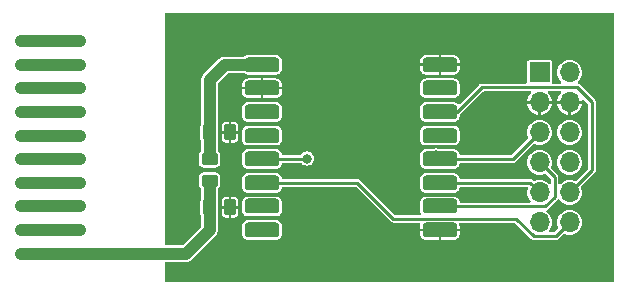
<source format=gbr>
%TF.GenerationSoftware,KiCad,Pcbnew,7.0.10*%
%TF.CreationDate,2024-01-17T19:42:08+01:00*%
%TF.ProjectId,RFM9xW_868,52464d39-7857-45f3-9836-382e6b696361,rev?*%
%TF.SameCoordinates,Original*%
%TF.FileFunction,Copper,L1,Top*%
%TF.FilePolarity,Positive*%
%FSLAX46Y46*%
G04 Gerber Fmt 4.6, Leading zero omitted, Abs format (unit mm)*
G04 Created by KiCad (PCBNEW 7.0.10) date 2024-01-17 19:42:08*
%MOMM*%
%LPD*%
G01*
G04 APERTURE LIST*
G04 Aperture macros list*
%AMRoundRect*
0 Rectangle with rounded corners*
0 $1 Rounding radius*
0 $2 $3 $4 $5 $6 $7 $8 $9 X,Y pos of 4 corners*
0 Add a 4 corners polygon primitive as box body*
4,1,4,$2,$3,$4,$5,$6,$7,$8,$9,$2,$3,0*
0 Add four circle primitives for the rounded corners*
1,1,$1+$1,$2,$3*
1,1,$1+$1,$4,$5*
1,1,$1+$1,$6,$7*
1,1,$1+$1,$8,$9*
0 Add four rect primitives between the rounded corners*
20,1,$1+$1,$2,$3,$4,$5,0*
20,1,$1+$1,$4,$5,$6,$7,0*
20,1,$1+$1,$6,$7,$8,$9,0*
20,1,$1+$1,$8,$9,$2,$3,0*%
%AMOutline4P*
0 Free polygon, 4 corners , with rotation*
0 The origin of the aperture is its center*
0 number of corners: always 4*
0 $1 to $8 corner X, Y*
0 $9 Rotation angle, in degrees counterclockwise*
0 create outline with 4 corners*
4,1,4,$1,$2,$3,$4,$5,$6,$7,$8,$1,$2,$9*%
G04 Aperture macros list end*
%TA.AperFunction,EtchedComponent*%
%ADD10C,1.000000*%
%TD*%
%TA.AperFunction,ComponentPad*%
%ADD11R,1.700000X1.700000*%
%TD*%
%TA.AperFunction,ComponentPad*%
%ADD12O,1.700000X1.700000*%
%TD*%
%TA.AperFunction,SMDPad,CuDef*%
%ADD13RoundRect,0.250000X-0.262500X-0.450000X0.262500X-0.450000X0.262500X0.450000X-0.262500X0.450000X0*%
%TD*%
%TA.AperFunction,SMDPad,CuDef*%
%ADD14RoundRect,0.317500X1.157500X0.317500X-1.157500X0.317500X-1.157500X-0.317500X1.157500X-0.317500X0*%
%TD*%
%TA.AperFunction,SMDPad,CuDef*%
%ADD15RoundRect,0.250000X-0.450000X0.262500X-0.450000X-0.262500X0.450000X-0.262500X0.450000X0.262500X0*%
%TD*%
%TA.AperFunction,ComponentPad*%
%ADD16C,1.000000*%
%TD*%
%TA.AperFunction,SMDPad,CuDef*%
%ADD17Outline4P,-0.350000X-0.400000X0.350000X-0.400000X0.050000X0.400000X-0.050000X0.400000X270.000000*%
%TD*%
%TA.AperFunction,ViaPad*%
%ADD18C,0.800000*%
%TD*%
%TA.AperFunction,Conductor*%
%ADD19C,0.250000*%
%TD*%
%TA.AperFunction,Conductor*%
%ADD20C,1.000000*%
%TD*%
G04 APERTURE END LIST*
D10*
%TO.C,AE1*%
X116960000Y-58530000D02*
X105960000Y-58530000D01*
X105960000Y-56530000D02*
X110960000Y-56530000D01*
X105960000Y-54530000D02*
X110960000Y-54530000D01*
X105960000Y-52530000D02*
X110960000Y-52530000D01*
X105960000Y-50530000D02*
X110960000Y-50530000D01*
X105960000Y-48530000D02*
X110960000Y-48530000D01*
X105960000Y-46530000D02*
X110960000Y-46530000D01*
X105960000Y-44530000D02*
X110960000Y-44530000D01*
X105960000Y-42530000D02*
X110960000Y-42530000D01*
X105960000Y-40530000D02*
X110960000Y-40530000D01*
%TD*%
D11*
%TO.P,J1,1,Pin_1*%
%TO.N,VCC*%
X149860000Y-43180000D03*
D12*
%TO.P,J1,2,Pin_2*%
X152400000Y-43180000D03*
%TO.P,J1,3,Pin_3*%
%TO.N,GND*%
X149860000Y-45720000D03*
%TO.P,J1,4,Pin_4*%
X152400000Y-45720000D03*
%TO.P,J1,5,Pin_5*%
%TO.N,SCK*%
X149860000Y-48260000D03*
%TO.P,J1,6,Pin_6*%
%TO.N,unconnected-(J1-Pin_6-Pad6)*%
X152400000Y-48260000D03*
%TO.P,J1,7,Pin_7*%
%TO.N,MISO*%
X149860000Y-50800000D03*
%TO.P,J1,8,Pin_8*%
%TO.N,nCS2*%
X152400000Y-50800000D03*
%TO.P,J1,9,Pin_9*%
%TO.N,MOSI*%
X149860000Y-53340000D03*
%TO.P,J1,10,Pin_10*%
%TO.N,nRESET*%
X152400000Y-53340000D03*
%TO.P,J1,11,Pin_11*%
%TO.N,nCS*%
X149860000Y-55880000D03*
%TO.P,J1,12,Pin_12*%
%TO.N,DIO0*%
X152400000Y-55880000D03*
%TD*%
D13*
%TO.P,M3,1*%
%TO.N,Net-(AE1-A)*%
X121832500Y-54610000D03*
%TO.P,M3,2*%
%TO.N,GND*%
X123657500Y-54610000D03*
%TD*%
D14*
%TO.P,U1,1,GND*%
%TO.N,GND*%
X141415000Y-56530000D03*
%TO.P,U1,2,MISO*%
%TO.N,MISO*%
X141415000Y-54530000D03*
%TO.P,U1,3,MOSI*%
%TO.N,MOSI*%
X141415000Y-52530000D03*
%TO.P,U1,4,SCK*%
%TO.N,SCK*%
X141415000Y-50530000D03*
%TO.P,U1,5,NSS*%
%TO.N,nCS*%
X141415000Y-48530000D03*
%TO.P,U1,6,RESET*%
%TO.N,nRESET*%
X141415000Y-46530000D03*
%TO.P,U1,7,DIO5*%
%TO.N,unconnected-(U1-DIO5-Pad7)*%
X141415000Y-44530000D03*
%TO.P,U1,8,GND*%
%TO.N,GND*%
X141415000Y-42530000D03*
%TO.P,U1,9,ANT*%
%TO.N,Net-(U1-ANT)*%
X126365000Y-42530000D03*
%TO.P,U1,10,GND*%
%TO.N,GND*%
X126365000Y-44530000D03*
%TO.P,U1,11,DIO3*%
%TO.N,unconnected-(U1-DIO3-Pad11)*%
X126365000Y-46530000D03*
%TO.P,U1,12,DIO4*%
%TO.N,unconnected-(U1-DIO4-Pad12)*%
X126365000Y-48530000D03*
%TO.P,U1,13,3.3V*%
%TO.N,VCC*%
X126365000Y-50530000D03*
%TO.P,U1,14,DIO0*%
%TO.N,DIO0*%
X126365000Y-52530000D03*
%TO.P,U1,15,DIO1*%
%TO.N,unconnected-(U1-DIO1-Pad15)*%
X126365000Y-54530000D03*
%TO.P,U1,16,DIO2*%
%TO.N,unconnected-(U1-DIO2-Pad16)*%
X126365000Y-56530000D03*
%TD*%
D13*
%TO.P,M1,1*%
%TO.N,Net-(U1-ANT)*%
X121832500Y-48260000D03*
%TO.P,M1,2*%
%TO.N,GND*%
X123657500Y-48260000D03*
%TD*%
D15*
%TO.P,M2,1*%
%TO.N,Net-(U1-ANT)*%
X121920000Y-50522500D03*
%TO.P,M2,2*%
%TO.N,Net-(AE1-A)*%
X121920000Y-52347500D03*
%TD*%
D16*
%TO.P,AE1,*%
%TO.N,*%
X105960000Y-58530000D03*
X105960000Y-56530000D03*
X110960000Y-56530000D03*
X105960000Y-54530000D03*
X110960000Y-54530000D03*
X105960000Y-52530000D03*
X110960000Y-52530000D03*
X105960000Y-50530000D03*
X110960000Y-50530000D03*
X105960000Y-48530000D03*
X110960000Y-48530000D03*
X105960000Y-46530000D03*
X110960000Y-46530000D03*
X105960000Y-44530000D03*
X110960000Y-44530000D03*
X105960000Y-42530000D03*
X110960000Y-42530000D03*
X105960000Y-40530000D03*
X110960000Y-40530000D03*
D17*
%TO.P,AE1,1,A*%
%TO.N,Net-(AE1-A)*%
X117660000Y-58530000D03*
%TD*%
D18*
%TO.N,GND*%
X142875000Y-38735000D03*
X132080000Y-50165000D03*
X155575000Y-40005000D03*
X154305000Y-60325000D03*
X155575000Y-56515000D03*
X128905000Y-60325000D03*
X123825000Y-60325000D03*
X155575000Y-55245000D03*
X126365000Y-38735000D03*
X155575000Y-41275000D03*
X130175000Y-38735000D03*
X135255000Y-38735000D03*
X132715000Y-60325000D03*
X149225000Y-60325000D03*
X128905000Y-38735000D03*
X155575000Y-57785000D03*
X139065000Y-60325000D03*
X126365000Y-60325000D03*
X144145000Y-38735000D03*
X150495000Y-38735000D03*
X132715000Y-38735000D03*
X131445000Y-60325000D03*
X155575000Y-59055000D03*
X151765000Y-60325000D03*
X137795000Y-60325000D03*
X147955000Y-51435000D03*
X122555000Y-38735000D03*
X155575000Y-38735000D03*
X121285000Y-60325000D03*
X153035000Y-60325000D03*
X145415000Y-38735000D03*
X154305000Y-38735000D03*
X127635000Y-38735000D03*
X133985000Y-60325000D03*
X155575000Y-43815000D03*
X144145000Y-60325000D03*
X155575000Y-45085000D03*
X127635000Y-60325000D03*
X155575000Y-53975000D03*
X155575000Y-51435000D03*
X125095000Y-38735000D03*
X150495000Y-60325000D03*
X155575000Y-42545000D03*
X122555000Y-60325000D03*
X151765000Y-38735000D03*
X137795000Y-38735000D03*
X121285000Y-38735000D03*
X153035000Y-38735000D03*
X155575000Y-52705000D03*
X125095000Y-60325000D03*
X142875000Y-60325000D03*
X120015000Y-38735000D03*
X140335000Y-60325000D03*
X130175000Y-60325000D03*
X149225000Y-38735000D03*
X139065000Y-56515000D03*
X118745000Y-38735000D03*
X155575000Y-50165000D03*
X155575000Y-47625000D03*
X146685000Y-38735000D03*
X146050000Y-48260000D03*
X118745000Y-60325000D03*
X146685000Y-60325000D03*
X155575000Y-46355000D03*
X135255000Y-60325000D03*
X141605000Y-60325000D03*
X155575000Y-60325000D03*
X136525000Y-38735000D03*
X133985000Y-38735000D03*
X155575000Y-48895000D03*
X139065000Y-38735000D03*
X120015000Y-60325000D03*
X123825000Y-38735000D03*
X145415000Y-60325000D03*
X141605000Y-38735000D03*
X147955000Y-38735000D03*
X147955000Y-60325000D03*
X136525000Y-60325000D03*
X140335000Y-38735000D03*
X131445000Y-38735000D03*
%TO.N,nCS*%
X141415000Y-48530000D03*
%TO.N,SCK*%
X141104326Y-50219325D03*
%TO.N,MOSI*%
X140690500Y-52530000D03*
%TO.N,MISO*%
X141415000Y-54530000D03*
%TO.N,VCC*%
X130175000Y-50480000D03*
%TD*%
D19*
%TO.N,GND*%
X149860000Y-45720000D02*
X152400000Y-45720000D01*
X146050000Y-48260000D02*
X148590000Y-45720000D01*
X148590000Y-45720000D02*
X149860000Y-45720000D01*
%TO.N,DIO0*%
X126365000Y-52530000D02*
X134445000Y-52530000D01*
X134445000Y-52530000D02*
X137485000Y-55570000D01*
X151225000Y-57055000D02*
X152400000Y-55880000D01*
X149373299Y-57055000D02*
X151225000Y-57055000D01*
X147888299Y-55570000D02*
X149373299Y-57055000D01*
X137485000Y-55570000D02*
X147888299Y-55570000D01*
%TO.N,nRESET*%
X154305000Y-45720000D02*
X153035000Y-44450000D01*
X144970000Y-44450000D02*
X142890000Y-46530000D01*
X152400000Y-53340000D02*
X154305000Y-51435000D01*
X153035000Y-44450000D02*
X144970000Y-44450000D01*
X154305000Y-51435000D02*
X154305000Y-45720000D01*
X141875000Y-46990000D02*
X141415000Y-46530000D01*
X142890000Y-46530000D02*
X141415000Y-46530000D01*
%TO.N,SCK*%
X147590000Y-50530000D02*
X149860000Y-48260000D01*
X141415000Y-50530000D02*
X147590000Y-50530000D01*
%TO.N,MOSI*%
X149860000Y-53340000D02*
X149050000Y-52530000D01*
X149050000Y-52530000D02*
X140690500Y-52530000D01*
%TO.N,MISO*%
X151130000Y-52070000D02*
X149860000Y-50800000D01*
X150331701Y-54530000D02*
X151130000Y-53731701D01*
X151130000Y-53731701D02*
X151130000Y-52070000D01*
X141415000Y-54530000D02*
X150331701Y-54530000D01*
%TO.N,VCC*%
X126365000Y-50530000D02*
X130125000Y-50530000D01*
X130125000Y-50530000D02*
X130175000Y-50480000D01*
D20*
%TO.N,Net-(AE1-A)*%
X115000000Y-58530000D02*
X119905000Y-58530000D01*
X119905000Y-58530000D02*
X121920000Y-56515000D01*
X121920000Y-56515000D02*
X121920000Y-52895000D01*
%TO.N,Net-(U1-ANT)*%
X126350000Y-42545000D02*
X126365000Y-42530000D01*
X121920000Y-43815000D02*
X121920000Y-50522500D01*
X123190000Y-42545000D02*
X126350000Y-42545000D01*
X121920000Y-43815000D02*
X123190000Y-42545000D01*
%TD*%
%TA.AperFunction,Conductor*%
%TO.N,GND*%
G36*
X156143691Y-38144407D02*
G01*
X156179655Y-38193907D01*
X156184500Y-38224500D01*
X156184500Y-60835500D01*
X156165593Y-60893691D01*
X156116093Y-60929655D01*
X156085500Y-60934500D01*
X118209000Y-60934500D01*
X118150809Y-60915593D01*
X118114845Y-60866093D01*
X118110000Y-60835500D01*
X118110000Y-59329500D01*
X118128907Y-59271309D01*
X118178407Y-59235345D01*
X118209000Y-59230500D01*
X119880845Y-59230500D01*
X119886822Y-59230680D01*
X119916656Y-59232485D01*
X119947605Y-59234358D01*
X119947605Y-59234357D01*
X119947606Y-59234358D01*
X120007539Y-59223374D01*
X120013419Y-59222479D01*
X120073872Y-59215140D01*
X120085462Y-59210744D01*
X120102725Y-59205931D01*
X120114932Y-59203695D01*
X120170487Y-59178690D01*
X120176003Y-59176407D01*
X120177896Y-59175689D01*
X120232930Y-59154818D01*
X120243142Y-59147768D01*
X120258750Y-59138965D01*
X120270057Y-59133878D01*
X120270057Y-59133877D01*
X120270059Y-59133877D01*
X120317995Y-59096321D01*
X120322813Y-59092775D01*
X120372929Y-59058183D01*
X120413312Y-59012598D01*
X120417378Y-59008277D01*
X122398277Y-57027378D01*
X122402598Y-57023312D01*
X122448183Y-56982929D01*
X122482782Y-56932802D01*
X122486324Y-56927990D01*
X122517613Y-56888052D01*
X124689500Y-56888052D01*
X124699497Y-56971297D01*
X124751735Y-57103764D01*
X124751737Y-57103766D01*
X124751738Y-57103769D01*
X124837501Y-57216864D01*
X124837775Y-57217225D01*
X124837779Y-57217228D01*
X124951230Y-57303261D01*
X124951231Y-57303261D01*
X124951236Y-57303265D01*
X125083703Y-57355503D01*
X125166948Y-57365500D01*
X125166950Y-57365500D01*
X127563050Y-57365500D01*
X127563052Y-57365500D01*
X127646297Y-57355503D01*
X127778764Y-57303265D01*
X127892225Y-57217225D01*
X127978265Y-57103764D01*
X128030503Y-56971297D01*
X128040500Y-56888052D01*
X128040500Y-56888016D01*
X139740000Y-56888016D01*
X139749987Y-56971178D01*
X139802175Y-57103516D01*
X139888129Y-57216864D01*
X139888135Y-57216870D01*
X140001483Y-57302824D01*
X140133821Y-57355012D01*
X140216983Y-57364999D01*
X140216990Y-57365000D01*
X141314999Y-57365000D01*
X141315000Y-57364999D01*
X141515000Y-57364999D01*
X141515001Y-57365000D01*
X142613010Y-57365000D01*
X142613016Y-57364999D01*
X142696178Y-57355012D01*
X142828516Y-57302824D01*
X142941864Y-57216870D01*
X142941870Y-57216864D01*
X143027824Y-57103516D01*
X143080012Y-56971178D01*
X143089999Y-56888016D01*
X143090000Y-56888010D01*
X143090000Y-56630001D01*
X143089999Y-56630000D01*
X141515001Y-56630000D01*
X141515000Y-56630001D01*
X141515000Y-57364999D01*
X141315000Y-57364999D01*
X141315000Y-56630001D01*
X141314999Y-56630000D01*
X139740001Y-56630000D01*
X139740000Y-56630001D01*
X139740000Y-56888016D01*
X128040500Y-56888016D01*
X128040500Y-56171948D01*
X128030503Y-56088703D01*
X127978265Y-55956236D01*
X127978261Y-55956231D01*
X127978261Y-55956230D01*
X127892228Y-55842779D01*
X127892225Y-55842775D01*
X127827162Y-55793436D01*
X127778769Y-55756738D01*
X127778766Y-55756737D01*
X127778764Y-55756735D01*
X127646297Y-55704497D01*
X127604674Y-55699498D01*
X127563054Y-55694500D01*
X127563052Y-55694500D01*
X125166948Y-55694500D01*
X125166945Y-55694500D01*
X125104514Y-55701997D01*
X125083703Y-55704497D01*
X124951236Y-55756735D01*
X124951234Y-55756736D01*
X124951230Y-55756738D01*
X124837779Y-55842771D01*
X124837771Y-55842779D01*
X124751738Y-55956230D01*
X124751736Y-55956234D01*
X124751735Y-55956236D01*
X124699497Y-56088703D01*
X124689500Y-56171948D01*
X124689500Y-56888052D01*
X122517613Y-56888052D01*
X122523873Y-56880062D01*
X122523872Y-56880062D01*
X122523877Y-56880057D01*
X122528967Y-56868745D01*
X122537766Y-56853144D01*
X122544818Y-56842930D01*
X122566412Y-56785988D01*
X122568702Y-56780461D01*
X122593694Y-56724932D01*
X122593695Y-56724930D01*
X122595929Y-56712736D01*
X122600743Y-56695465D01*
X122605140Y-56683872D01*
X122612483Y-56623388D01*
X122613373Y-56617542D01*
X122624357Y-56557606D01*
X122620680Y-56496832D01*
X122620500Y-56490856D01*
X122620500Y-55114203D01*
X122945001Y-55114203D01*
X122947850Y-55144600D01*
X122947850Y-55144602D01*
X122992654Y-55272647D01*
X123073207Y-55381790D01*
X123073209Y-55381792D01*
X123182352Y-55462345D01*
X123310398Y-55507149D01*
X123340789Y-55509999D01*
X123557498Y-55509999D01*
X123557500Y-55509998D01*
X123757500Y-55509998D01*
X123757501Y-55509999D01*
X123974203Y-55509999D01*
X124004600Y-55507149D01*
X124004602Y-55507149D01*
X124132647Y-55462345D01*
X124241790Y-55381792D01*
X124241792Y-55381790D01*
X124322345Y-55272647D01*
X124367149Y-55144601D01*
X124369999Y-55114211D01*
X124370000Y-55114210D01*
X124370000Y-54888052D01*
X124689500Y-54888052D01*
X124699497Y-54971297D01*
X124751735Y-55103764D01*
X124751737Y-55103766D01*
X124751738Y-55103769D01*
X124836470Y-55215504D01*
X124837775Y-55217225D01*
X124837779Y-55217228D01*
X124951230Y-55303261D01*
X124951231Y-55303261D01*
X124951236Y-55303265D01*
X125083703Y-55355503D01*
X125166948Y-55365500D01*
X125166950Y-55365500D01*
X127563050Y-55365500D01*
X127563052Y-55365500D01*
X127646297Y-55355503D01*
X127778764Y-55303265D01*
X127892225Y-55217225D01*
X127978265Y-55103764D01*
X128030503Y-54971297D01*
X128040500Y-54888052D01*
X128040500Y-54171948D01*
X128030503Y-54088703D01*
X127978265Y-53956236D01*
X127978261Y-53956231D01*
X127978261Y-53956230D01*
X127892228Y-53842779D01*
X127892225Y-53842775D01*
X127838744Y-53802219D01*
X127778769Y-53756738D01*
X127778766Y-53756737D01*
X127778764Y-53756735D01*
X127646297Y-53704497D01*
X127604674Y-53699498D01*
X127563054Y-53694500D01*
X127563052Y-53694500D01*
X125166948Y-53694500D01*
X125166945Y-53694500D01*
X125104514Y-53701997D01*
X125083703Y-53704497D01*
X124951236Y-53756735D01*
X124951234Y-53756736D01*
X124951230Y-53756738D01*
X124837779Y-53842771D01*
X124837771Y-53842779D01*
X124751738Y-53956230D01*
X124751736Y-53956234D01*
X124751735Y-53956236D01*
X124699497Y-54088703D01*
X124689500Y-54171948D01*
X124689500Y-54888052D01*
X124370000Y-54888052D01*
X124370000Y-54710001D01*
X124369999Y-54710000D01*
X123757501Y-54710000D01*
X123757500Y-54710001D01*
X123757500Y-55509998D01*
X123557500Y-55509998D01*
X123557500Y-54710001D01*
X123557499Y-54710000D01*
X122945002Y-54710000D01*
X122945001Y-54710001D01*
X122945001Y-55114203D01*
X122620500Y-55114203D01*
X122620500Y-54509999D01*
X122945000Y-54509999D01*
X122945001Y-54510000D01*
X123557499Y-54510000D01*
X123557500Y-54509999D01*
X123757500Y-54509999D01*
X123757501Y-54510000D01*
X124369998Y-54510000D01*
X124369999Y-54509999D01*
X124369999Y-54105796D01*
X124367149Y-54075399D01*
X124367149Y-54075397D01*
X124322345Y-53947352D01*
X124241792Y-53838209D01*
X124241790Y-53838207D01*
X124132647Y-53757654D01*
X124004601Y-53712850D01*
X123974211Y-53710000D01*
X123757501Y-53710000D01*
X123757500Y-53710001D01*
X123757500Y-54509999D01*
X123557500Y-54509999D01*
X123557500Y-53710001D01*
X123557499Y-53710000D01*
X123340796Y-53710000D01*
X123310399Y-53712850D01*
X123310397Y-53712850D01*
X123182352Y-53757654D01*
X123073209Y-53838207D01*
X123073207Y-53838209D01*
X122992654Y-53947352D01*
X122947850Y-54075398D01*
X122945000Y-54105788D01*
X122945000Y-54509999D01*
X122620500Y-54509999D01*
X122620500Y-53035007D01*
X122639407Y-52976816D01*
X122660713Y-52955351D01*
X122692150Y-52932150D01*
X122692150Y-52932148D01*
X122692152Y-52932148D01*
X122724696Y-52888052D01*
X124689500Y-52888052D01*
X124699497Y-52971297D01*
X124751735Y-53103764D01*
X124751737Y-53103766D01*
X124751738Y-53103769D01*
X124837771Y-53217220D01*
X124837775Y-53217225D01*
X124837779Y-53217228D01*
X124951230Y-53303261D01*
X124951231Y-53303261D01*
X124951236Y-53303265D01*
X125083703Y-53355503D01*
X125166948Y-53365500D01*
X125166950Y-53365500D01*
X127563050Y-53365500D01*
X127563052Y-53365500D01*
X127646297Y-53355503D01*
X127778764Y-53303265D01*
X127892225Y-53217225D01*
X127978265Y-53103764D01*
X128030503Y-52971297D01*
X128033938Y-52942695D01*
X128059650Y-52887174D01*
X128113085Y-52857369D01*
X128132232Y-52855500D01*
X134269166Y-52855500D01*
X134327357Y-52874407D01*
X134339170Y-52884496D01*
X137241741Y-55787068D01*
X137247565Y-55793424D01*
X137272545Y-55823194D01*
X137306208Y-55842629D01*
X137313473Y-55847257D01*
X137345316Y-55869554D01*
X137346767Y-55869942D01*
X137370659Y-55879840D01*
X137371954Y-55880588D01*
X137383190Y-55882568D01*
X137410233Y-55887337D01*
X137418642Y-55889201D01*
X137456193Y-55899263D01*
X137456194Y-55899262D01*
X137456194Y-55899263D01*
X137494897Y-55895877D01*
X137503525Y-55895500D01*
X139680764Y-55895500D01*
X139738955Y-55914407D01*
X139774919Y-55963907D01*
X139774919Y-56025093D01*
X139772861Y-56030819D01*
X139749987Y-56088821D01*
X139740000Y-56171983D01*
X139740000Y-56429999D01*
X139740001Y-56430000D01*
X143089999Y-56430000D01*
X143090000Y-56429999D01*
X143090000Y-56171989D01*
X143089999Y-56171983D01*
X143080012Y-56088821D01*
X143057139Y-56030819D01*
X143053380Y-55969749D01*
X143086235Y-55918134D01*
X143143154Y-55895687D01*
X143149236Y-55895500D01*
X147712465Y-55895500D01*
X147770656Y-55914407D01*
X147782469Y-55924496D01*
X149130029Y-57272056D01*
X149135863Y-57278423D01*
X149160844Y-57308194D01*
X149194508Y-57327630D01*
X149201781Y-57332264D01*
X149222472Y-57346752D01*
X149233615Y-57354554D01*
X149235066Y-57354942D01*
X149258958Y-57364840D01*
X149260253Y-57365588D01*
X149271489Y-57367568D01*
X149298532Y-57372337D01*
X149306941Y-57374201D01*
X149344492Y-57384263D01*
X149344493Y-57384262D01*
X149344493Y-57384263D01*
X149383196Y-57380877D01*
X149391824Y-57380500D01*
X151206466Y-57380500D01*
X151215094Y-57380876D01*
X151253807Y-57384264D01*
X151291354Y-57374202D01*
X151299784Y-57372334D01*
X151338045Y-57365588D01*
X151339345Y-57364838D01*
X151363236Y-57354942D01*
X151363464Y-57354880D01*
X151364684Y-57354554D01*
X151396533Y-57332251D01*
X151403779Y-57327635D01*
X151437455Y-57308194D01*
X151462443Y-57278413D01*
X151468254Y-57272070D01*
X151871824Y-56868500D01*
X151926339Y-56840725D01*
X151986771Y-56850296D01*
X151988493Y-56851195D01*
X151996046Y-56855232D01*
X152077884Y-56880057D01*
X152194065Y-56915300D01*
X152194070Y-56915301D01*
X152399997Y-56935583D01*
X152400000Y-56935583D01*
X152400003Y-56935583D01*
X152605929Y-56915301D01*
X152605934Y-56915300D01*
X152803954Y-56855232D01*
X152986450Y-56757685D01*
X153146410Y-56626410D01*
X153277685Y-56466450D01*
X153375232Y-56283954D01*
X153435300Y-56085934D01*
X153435301Y-56085929D01*
X153455583Y-55880003D01*
X153455583Y-55879996D01*
X153435301Y-55674070D01*
X153435300Y-55674065D01*
X153385531Y-55509998D01*
X153375232Y-55476046D01*
X153277685Y-55293550D01*
X153260723Y-55272882D01*
X153146414Y-55133595D01*
X153146410Y-55133590D01*
X153122873Y-55114274D01*
X152986452Y-55002316D01*
X152803954Y-54904768D01*
X152605934Y-54844699D01*
X152605929Y-54844698D01*
X152400003Y-54824417D01*
X152399997Y-54824417D01*
X152194070Y-54844698D01*
X152194065Y-54844699D01*
X151996045Y-54904768D01*
X151813547Y-55002316D01*
X151653595Y-55133585D01*
X151653585Y-55133595D01*
X151522316Y-55293547D01*
X151424768Y-55476045D01*
X151364699Y-55674065D01*
X151364698Y-55674070D01*
X151344417Y-55879996D01*
X151344417Y-55880003D01*
X151364698Y-56085929D01*
X151364699Y-56085934D01*
X151424768Y-56283954D01*
X151424770Y-56283959D01*
X151428803Y-56291504D01*
X151439559Y-56351737D01*
X151412857Y-56406788D01*
X151411497Y-56408175D01*
X151119171Y-56700503D01*
X151064654Y-56728281D01*
X151049167Y-56729500D01*
X150731124Y-56729500D01*
X150672933Y-56710593D01*
X150636969Y-56661093D01*
X150636969Y-56599907D01*
X150654596Y-56567695D01*
X150662877Y-56557604D01*
X150737685Y-56466450D01*
X150835232Y-56283954D01*
X150895300Y-56085934D01*
X150895301Y-56085929D01*
X150915583Y-55880003D01*
X150915583Y-55879996D01*
X150895301Y-55674070D01*
X150895300Y-55674065D01*
X150845531Y-55509998D01*
X150835232Y-55476046D01*
X150737685Y-55293550D01*
X150720723Y-55272882D01*
X150606414Y-55133595D01*
X150606410Y-55133590D01*
X150582873Y-55114274D01*
X150442830Y-54999344D01*
X150409843Y-54947813D01*
X150413445Y-54886734D01*
X150452260Y-54839437D01*
X150463802Y-54833089D01*
X150471377Y-54829555D01*
X150471385Y-54829554D01*
X150503234Y-54807251D01*
X150510480Y-54802635D01*
X150544156Y-54783194D01*
X150569144Y-54753413D01*
X150574955Y-54747070D01*
X151347072Y-53974954D01*
X151353431Y-53969129D01*
X151383194Y-53944156D01*
X151383199Y-53944146D01*
X151384181Y-53942978D01*
X151385815Y-53941956D01*
X151389830Y-53938588D01*
X151390302Y-53939151D01*
X151436065Y-53910549D01*
X151497102Y-53914811D01*
X151536554Y-53943801D01*
X151653585Y-54086404D01*
X151653590Y-54086410D01*
X151653595Y-54086414D01*
X151813547Y-54217683D01*
X151813548Y-54217683D01*
X151813550Y-54217685D01*
X151996046Y-54315232D01*
X152133997Y-54357078D01*
X152194065Y-54375300D01*
X152194070Y-54375301D01*
X152399997Y-54395583D01*
X152400000Y-54395583D01*
X152400003Y-54395583D01*
X152605929Y-54375301D01*
X152605934Y-54375300D01*
X152803954Y-54315232D01*
X152986450Y-54217685D01*
X153146410Y-54086410D01*
X153277685Y-53926450D01*
X153375232Y-53743954D01*
X153435300Y-53545934D01*
X153435301Y-53545929D01*
X153455583Y-53340003D01*
X153455583Y-53339996D01*
X153435301Y-53134070D01*
X153435300Y-53134065D01*
X153405251Y-53035007D01*
X153375232Y-52936046D01*
X153373150Y-52932150D01*
X153371195Y-52928493D01*
X153360440Y-52868261D01*
X153387142Y-52813210D01*
X153388453Y-52811871D01*
X154522066Y-51678258D01*
X154528425Y-51672433D01*
X154558194Y-51647455D01*
X154577635Y-51613779D01*
X154582251Y-51606533D01*
X154604554Y-51574684D01*
X154604942Y-51573236D01*
X154614838Y-51549345D01*
X154615588Y-51548045D01*
X154622334Y-51509784D01*
X154624204Y-51501348D01*
X154634264Y-51463807D01*
X154630877Y-51425091D01*
X154630500Y-51416463D01*
X154630500Y-45738524D01*
X154630877Y-45729895D01*
X154634263Y-45691193D01*
X154624201Y-45653642D01*
X154622335Y-45645224D01*
X154615588Y-45606954D01*
X154614840Y-45605659D01*
X154604942Y-45581767D01*
X154604554Y-45580316D01*
X154582257Y-45548473D01*
X154577626Y-45541203D01*
X154558194Y-45507545D01*
X154528434Y-45482573D01*
X154522066Y-45476739D01*
X153278268Y-44232942D01*
X153272434Y-44226574D01*
X153247456Y-44196806D01*
X153213795Y-44177372D01*
X153206512Y-44172732D01*
X153174685Y-44150446D01*
X153174679Y-44150443D01*
X153173224Y-44150054D01*
X153149348Y-44140164D01*
X153148043Y-44139410D01*
X153145147Y-44138900D01*
X153141907Y-44137177D01*
X153139904Y-44136448D01*
X153140006Y-44136166D01*
X153091125Y-44110173D01*
X153064305Y-44055179D01*
X153074932Y-43994924D01*
X153099538Y-43964877D01*
X153146400Y-43926418D01*
X153146410Y-43926410D01*
X153277685Y-43766450D01*
X153375232Y-43583954D01*
X153435300Y-43385934D01*
X153435301Y-43385929D01*
X153455583Y-43180003D01*
X153455583Y-43179996D01*
X153435301Y-42974070D01*
X153435300Y-42974065D01*
X153409197Y-42888016D01*
X153375232Y-42776046D01*
X153277685Y-42593550D01*
X153146410Y-42433590D01*
X152996123Y-42310253D01*
X152986452Y-42302316D01*
X152803954Y-42204768D01*
X152605934Y-42144699D01*
X152605929Y-42144698D01*
X152400003Y-42124417D01*
X152399997Y-42124417D01*
X152194070Y-42144698D01*
X152194065Y-42144699D01*
X151996045Y-42204768D01*
X151813547Y-42302316D01*
X151653595Y-42433585D01*
X151653585Y-42433595D01*
X151522316Y-42593547D01*
X151424768Y-42776045D01*
X151364699Y-42974065D01*
X151364698Y-42974070D01*
X151344417Y-43179996D01*
X151344417Y-43180003D01*
X151364698Y-43385929D01*
X151364699Y-43385934D01*
X151424768Y-43583954D01*
X151522316Y-43766452D01*
X151584953Y-43842775D01*
X151653590Y-43926410D01*
X151653595Y-43926414D01*
X151681082Y-43948972D01*
X151714069Y-44000503D01*
X151710467Y-44061583D01*
X151671652Y-44108879D01*
X151618277Y-44124500D01*
X151009500Y-44124500D01*
X150951309Y-44105593D01*
X150915345Y-44056093D01*
X150910500Y-44025500D01*
X150910500Y-42310253D01*
X150910498Y-42310241D01*
X150907711Y-42296231D01*
X150898867Y-42251769D01*
X150854552Y-42185448D01*
X150834350Y-42171949D01*
X150788233Y-42141134D01*
X150788231Y-42141133D01*
X150788228Y-42141132D01*
X150788227Y-42141132D01*
X150729758Y-42129501D01*
X150729748Y-42129500D01*
X148990252Y-42129500D01*
X148990251Y-42129500D01*
X148990241Y-42129501D01*
X148931772Y-42141132D01*
X148931766Y-42141134D01*
X148865451Y-42185445D01*
X148865445Y-42185451D01*
X148821134Y-42251766D01*
X148821132Y-42251772D01*
X148809501Y-42310241D01*
X148809500Y-42310253D01*
X148809500Y-44025500D01*
X148790593Y-44083691D01*
X148741093Y-44119655D01*
X148710500Y-44124500D01*
X144988526Y-44124500D01*
X144979898Y-44124123D01*
X144941194Y-44120736D01*
X144941189Y-44120737D01*
X144903656Y-44130794D01*
X144895227Y-44132663D01*
X144856956Y-44139411D01*
X144856948Y-44139414D01*
X144855640Y-44140170D01*
X144831786Y-44150051D01*
X144830324Y-44150442D01*
X144830314Y-44150447D01*
X144798483Y-44172734D01*
X144791207Y-44177369D01*
X144757545Y-44196805D01*
X144732574Y-44226564D01*
X144726741Y-44232930D01*
X143097840Y-45861832D01*
X143043323Y-45889609D01*
X142982891Y-45880038D01*
X142948953Y-45851647D01*
X142942225Y-45842775D01*
X142875122Y-45791889D01*
X142828769Y-45756738D01*
X142828766Y-45756737D01*
X142828764Y-45756735D01*
X142696297Y-45704497D01*
X142654674Y-45699498D01*
X142613054Y-45694500D01*
X142613052Y-45694500D01*
X140216948Y-45694500D01*
X140216945Y-45694500D01*
X140154514Y-45701997D01*
X140133703Y-45704497D01*
X140001236Y-45756735D01*
X140001234Y-45756736D01*
X140001230Y-45756738D01*
X139887779Y-45842771D01*
X139887771Y-45842779D01*
X139801738Y-45956230D01*
X139801736Y-45956234D01*
X139801735Y-45956236D01*
X139749497Y-46088703D01*
X139739500Y-46171948D01*
X139739500Y-46888052D01*
X139749497Y-46971297D01*
X139801735Y-47103764D01*
X139801737Y-47103766D01*
X139801738Y-47103769D01*
X139878062Y-47204417D01*
X139887775Y-47217225D01*
X139887779Y-47217228D01*
X140001230Y-47303261D01*
X140001231Y-47303261D01*
X140001236Y-47303265D01*
X140133703Y-47355503D01*
X140216948Y-47365500D01*
X140216950Y-47365500D01*
X142613050Y-47365500D01*
X142613052Y-47365500D01*
X142696297Y-47355503D01*
X142828764Y-47303265D01*
X142942225Y-47217225D01*
X143028265Y-47103764D01*
X143080503Y-46971297D01*
X143090500Y-46888052D01*
X143090500Y-46833473D01*
X143109407Y-46775282D01*
X143113648Y-46769853D01*
X143127442Y-46753414D01*
X143133254Y-46747070D01*
X145075831Y-44804496D01*
X145130348Y-44776719D01*
X145145835Y-44775500D01*
X149079064Y-44775500D01*
X149137255Y-44794407D01*
X149173219Y-44843907D01*
X149173219Y-44905093D01*
X149141868Y-44951028D01*
X149113953Y-44973936D01*
X149113940Y-44973949D01*
X148982731Y-45133829D01*
X148982724Y-45133839D01*
X148885234Y-45316232D01*
X148885232Y-45316237D01*
X148825191Y-45514163D01*
X148825190Y-45514168D01*
X148814767Y-45619999D01*
X148814768Y-45620000D01*
X149368254Y-45620000D01*
X149360000Y-45648111D01*
X149360000Y-45791889D01*
X149368254Y-45820000D01*
X148814767Y-45820000D01*
X148825190Y-45925831D01*
X148825191Y-45925836D01*
X148885232Y-46123762D01*
X148885234Y-46123767D01*
X148982724Y-46306160D01*
X148982731Y-46306170D01*
X149113940Y-46466050D01*
X149113949Y-46466059D01*
X149273829Y-46597268D01*
X149273839Y-46597275D01*
X149456232Y-46694765D01*
X149456237Y-46694767D01*
X149654166Y-46754808D01*
X149759998Y-46765231D01*
X149760000Y-46765230D01*
X149760000Y-46210764D01*
X149824237Y-46220000D01*
X149895763Y-46220000D01*
X149960000Y-46210764D01*
X149960000Y-46765230D01*
X149960001Y-46765231D01*
X150065833Y-46754808D01*
X150263762Y-46694767D01*
X150263767Y-46694765D01*
X150446160Y-46597275D01*
X150446170Y-46597268D01*
X150606050Y-46466059D01*
X150606059Y-46466050D01*
X150737268Y-46306170D01*
X150737275Y-46306160D01*
X150834765Y-46123767D01*
X150834767Y-46123762D01*
X150894808Y-45925836D01*
X150894809Y-45925831D01*
X150905232Y-45820000D01*
X150351746Y-45820000D01*
X150360000Y-45791889D01*
X150360000Y-45648111D01*
X150351746Y-45620000D01*
X150905232Y-45620000D01*
X150905232Y-45619999D01*
X150894809Y-45514168D01*
X150894808Y-45514163D01*
X150834767Y-45316237D01*
X150834765Y-45316232D01*
X150737275Y-45133839D01*
X150737268Y-45133829D01*
X150606059Y-44973949D01*
X150606046Y-44973936D01*
X150578132Y-44951028D01*
X150545144Y-44899497D01*
X150548745Y-44838418D01*
X150587561Y-44791121D01*
X150640936Y-44775500D01*
X151619064Y-44775500D01*
X151677255Y-44794407D01*
X151713219Y-44843907D01*
X151713219Y-44905093D01*
X151681868Y-44951028D01*
X151653953Y-44973936D01*
X151653940Y-44973949D01*
X151522731Y-45133829D01*
X151522724Y-45133839D01*
X151425234Y-45316232D01*
X151425232Y-45316237D01*
X151365191Y-45514163D01*
X151365190Y-45514168D01*
X151354767Y-45619999D01*
X151354768Y-45620000D01*
X151908254Y-45620000D01*
X151900000Y-45648111D01*
X151900000Y-45791889D01*
X151908254Y-45820000D01*
X151354767Y-45820000D01*
X151365190Y-45925831D01*
X151365191Y-45925836D01*
X151425232Y-46123762D01*
X151425234Y-46123767D01*
X151522724Y-46306160D01*
X151522731Y-46306170D01*
X151653940Y-46466050D01*
X151653949Y-46466059D01*
X151813829Y-46597268D01*
X151813839Y-46597275D01*
X151996232Y-46694765D01*
X151996237Y-46694767D01*
X152194166Y-46754808D01*
X152299998Y-46765231D01*
X152300000Y-46765230D01*
X152300000Y-46210764D01*
X152364237Y-46220000D01*
X152435763Y-46220000D01*
X152500000Y-46210764D01*
X152500000Y-46765230D01*
X152500001Y-46765231D01*
X152605833Y-46754808D01*
X152803762Y-46694767D01*
X152803767Y-46694765D01*
X152986160Y-46597275D01*
X152986170Y-46597268D01*
X153146050Y-46466059D01*
X153146059Y-46466050D01*
X153277268Y-46306170D01*
X153277275Y-46306160D01*
X153374765Y-46123767D01*
X153374767Y-46123762D01*
X153434808Y-45925836D01*
X153434809Y-45925831D01*
X153445232Y-45820000D01*
X152891746Y-45820000D01*
X152900000Y-45791889D01*
X152900000Y-45648111D01*
X152891746Y-45620000D01*
X153445232Y-45620000D01*
X153445232Y-45619999D01*
X153439638Y-45563199D01*
X153452750Y-45503435D01*
X153498487Y-45462792D01*
X153559377Y-45456795D01*
X153608165Y-45483491D01*
X153950504Y-45825830D01*
X153978281Y-45880347D01*
X153979500Y-45895834D01*
X153979500Y-51259165D01*
X153960593Y-51317356D01*
X153950504Y-51329169D01*
X152928175Y-52351497D01*
X152873658Y-52379274D01*
X152813226Y-52369703D01*
X152811510Y-52368807D01*
X152803954Y-52364768D01*
X152757865Y-52350787D01*
X152605934Y-52304699D01*
X152605929Y-52304698D01*
X152400003Y-52284417D01*
X152399997Y-52284417D01*
X152194070Y-52304698D01*
X152194065Y-52304699D01*
X151996045Y-52364768D01*
X151813547Y-52462316D01*
X151653595Y-52593585D01*
X151653585Y-52593595D01*
X151631028Y-52621082D01*
X151579497Y-52654069D01*
X151518417Y-52650467D01*
X151471121Y-52611652D01*
X151455500Y-52558277D01*
X151455500Y-52088524D01*
X151455877Y-52079895D01*
X151459263Y-52041193D01*
X151456460Y-52030734D01*
X151449201Y-52003642D01*
X151447335Y-51995224D01*
X151440588Y-51956954D01*
X151439840Y-51955659D01*
X151429942Y-51931767D01*
X151429554Y-51930316D01*
X151407257Y-51898473D01*
X151402626Y-51891203D01*
X151383194Y-51857545D01*
X151353434Y-51832573D01*
X151347066Y-51826739D01*
X150848502Y-51328175D01*
X150820725Y-51273658D01*
X150830296Y-51213226D01*
X150831154Y-51211582D01*
X150835232Y-51203954D01*
X150895300Y-51005934D01*
X150895301Y-51005929D01*
X150915583Y-50800003D01*
X151344417Y-50800003D01*
X151364698Y-51005929D01*
X151364699Y-51005934D01*
X151424768Y-51203954D01*
X151522316Y-51386452D01*
X151585799Y-51463806D01*
X151653590Y-51546410D01*
X151653595Y-51546414D01*
X151813547Y-51677683D01*
X151813548Y-51677683D01*
X151813550Y-51677685D01*
X151996046Y-51775232D01*
X152133997Y-51817078D01*
X152194065Y-51835300D01*
X152194070Y-51835301D01*
X152399997Y-51855583D01*
X152400000Y-51855583D01*
X152400003Y-51855583D01*
X152605929Y-51835301D01*
X152605934Y-51835300D01*
X152614924Y-51832573D01*
X152803954Y-51775232D01*
X152986450Y-51677685D01*
X153146410Y-51546410D01*
X153277685Y-51386450D01*
X153375232Y-51203954D01*
X153435300Y-51005934D01*
X153435301Y-51005929D01*
X153455583Y-50800003D01*
X153455583Y-50799996D01*
X153435301Y-50594070D01*
X153435300Y-50594065D01*
X153400699Y-50480000D01*
X153375232Y-50396046D01*
X153277685Y-50213550D01*
X153271263Y-50205725D01*
X153146414Y-50053595D01*
X153146410Y-50053590D01*
X153138521Y-50047116D01*
X152986452Y-49922316D01*
X152803954Y-49824768D01*
X152605934Y-49764699D01*
X152605929Y-49764698D01*
X152400003Y-49744417D01*
X152399997Y-49744417D01*
X152194070Y-49764698D01*
X152194065Y-49764699D01*
X151996045Y-49824768D01*
X151813547Y-49922316D01*
X151653595Y-50053585D01*
X151653585Y-50053595D01*
X151522316Y-50213547D01*
X151424768Y-50396045D01*
X151364699Y-50594065D01*
X151364698Y-50594070D01*
X151344417Y-50799996D01*
X151344417Y-50800003D01*
X150915583Y-50800003D01*
X150915583Y-50799996D01*
X150895301Y-50594070D01*
X150895300Y-50594065D01*
X150860699Y-50480000D01*
X150835232Y-50396046D01*
X150737685Y-50213550D01*
X150731263Y-50205725D01*
X150606414Y-50053595D01*
X150606410Y-50053590D01*
X150598521Y-50047116D01*
X150446452Y-49922316D01*
X150263954Y-49824768D01*
X150065934Y-49764699D01*
X150065929Y-49764698D01*
X149860003Y-49744417D01*
X149859997Y-49744417D01*
X149654070Y-49764698D01*
X149654065Y-49764699D01*
X149456045Y-49824768D01*
X149273547Y-49922316D01*
X149113595Y-50053585D01*
X149113585Y-50053595D01*
X148982316Y-50213547D01*
X148884768Y-50396045D01*
X148824699Y-50594065D01*
X148824698Y-50594070D01*
X148804417Y-50799996D01*
X148804417Y-50800003D01*
X148824698Y-51005929D01*
X148824699Y-51005934D01*
X148884768Y-51203954D01*
X148982316Y-51386452D01*
X149045799Y-51463806D01*
X149113590Y-51546410D01*
X149113595Y-51546414D01*
X149273547Y-51677683D01*
X149273548Y-51677683D01*
X149273550Y-51677685D01*
X149456046Y-51775232D01*
X149593997Y-51817078D01*
X149654065Y-51835300D01*
X149654070Y-51835301D01*
X149859997Y-51855583D01*
X149860000Y-51855583D01*
X149860003Y-51855583D01*
X150065929Y-51835301D01*
X150065934Y-51835300D01*
X150074924Y-51832573D01*
X150263954Y-51775232D01*
X150271503Y-51771196D01*
X150331733Y-51760439D01*
X150386786Y-51787139D01*
X150388175Y-51788502D01*
X150775503Y-52175829D01*
X150803281Y-52230346D01*
X150804500Y-52245833D01*
X150804500Y-52558277D01*
X150785593Y-52616468D01*
X150736093Y-52652432D01*
X150674907Y-52652432D01*
X150628972Y-52621082D01*
X150606414Y-52593595D01*
X150606410Y-52593590D01*
X150563381Y-52558277D01*
X150446452Y-52462316D01*
X150263954Y-52364768D01*
X150065934Y-52304699D01*
X150065929Y-52304698D01*
X149860003Y-52284417D01*
X149859997Y-52284417D01*
X149654070Y-52304698D01*
X149654065Y-52304699D01*
X149456052Y-52364766D01*
X149456049Y-52364767D01*
X149456046Y-52364768D01*
X149456044Y-52364768D01*
X149456041Y-52364770D01*
X149448489Y-52368807D01*
X149388255Y-52379558D01*
X149333206Y-52352852D01*
X149331823Y-52351497D01*
X149293268Y-52312942D01*
X149287434Y-52306574D01*
X149262456Y-52276806D01*
X149228795Y-52257372D01*
X149221512Y-52252732D01*
X149189685Y-52230446D01*
X149189679Y-52230443D01*
X149188224Y-52230054D01*
X149164348Y-52220164D01*
X149163045Y-52219411D01*
X149124779Y-52212664D01*
X149116350Y-52210795D01*
X149095282Y-52205150D01*
X149078807Y-52200736D01*
X149078806Y-52200736D01*
X149078805Y-52200736D01*
X149040095Y-52204123D01*
X149031466Y-52204500D01*
X143182232Y-52204500D01*
X143124041Y-52185593D01*
X143088077Y-52136093D01*
X143083938Y-52117305D01*
X143083535Y-52113952D01*
X143080503Y-52088703D01*
X143028265Y-51956236D01*
X143028261Y-51956231D01*
X143028261Y-51956230D01*
X142942228Y-51842779D01*
X142942225Y-51842775D01*
X142928772Y-51832573D01*
X142828769Y-51756738D01*
X142828766Y-51756737D01*
X142828764Y-51756735D01*
X142696297Y-51704497D01*
X142654674Y-51699498D01*
X142613054Y-51694500D01*
X142613052Y-51694500D01*
X140216948Y-51694500D01*
X140216945Y-51694500D01*
X140154514Y-51701997D01*
X140133703Y-51704497D01*
X140001236Y-51756735D01*
X140001234Y-51756736D01*
X140001230Y-51756738D01*
X139887779Y-51842771D01*
X139887771Y-51842779D01*
X139801738Y-51956230D01*
X139801736Y-51956234D01*
X139801735Y-51956236D01*
X139749497Y-52088703D01*
X139739500Y-52171948D01*
X139739500Y-52888052D01*
X139749497Y-52971297D01*
X139801735Y-53103764D01*
X139801737Y-53103766D01*
X139801738Y-53103769D01*
X139887771Y-53217220D01*
X139887775Y-53217225D01*
X139887779Y-53217228D01*
X140001230Y-53303261D01*
X140001231Y-53303261D01*
X140001236Y-53303265D01*
X140133703Y-53355503D01*
X140216948Y-53365500D01*
X140216950Y-53365500D01*
X142613050Y-53365500D01*
X142613052Y-53365500D01*
X142696297Y-53355503D01*
X142828764Y-53303265D01*
X142942225Y-53217225D01*
X143028265Y-53103764D01*
X143080503Y-52971297D01*
X143083938Y-52942695D01*
X143109650Y-52887174D01*
X143163085Y-52857369D01*
X143182232Y-52855500D01*
X148775716Y-52855500D01*
X148833907Y-52874407D01*
X148869871Y-52923907D01*
X148870452Y-52983236D01*
X148860391Y-53016406D01*
X148824699Y-53134065D01*
X148824698Y-53134070D01*
X148804417Y-53339996D01*
X148804417Y-53340003D01*
X148824698Y-53545929D01*
X148824699Y-53545934D01*
X148884768Y-53743954D01*
X148982316Y-53926452D01*
X149077714Y-54042695D01*
X149100014Y-54099672D01*
X149084565Y-54158875D01*
X149037268Y-54197690D01*
X149001186Y-54204500D01*
X143182232Y-54204500D01*
X143124041Y-54185593D01*
X143088077Y-54136093D01*
X143083938Y-54117305D01*
X143083535Y-54113952D01*
X143080503Y-54088703D01*
X143028265Y-53956236D01*
X143028261Y-53956231D01*
X143028261Y-53956230D01*
X142942228Y-53842779D01*
X142942225Y-53842775D01*
X142888744Y-53802219D01*
X142828769Y-53756738D01*
X142828766Y-53756737D01*
X142828764Y-53756735D01*
X142696297Y-53704497D01*
X142654674Y-53699498D01*
X142613054Y-53694500D01*
X142613052Y-53694500D01*
X140216948Y-53694500D01*
X140216945Y-53694500D01*
X140154514Y-53701997D01*
X140133703Y-53704497D01*
X140001236Y-53756735D01*
X140001234Y-53756736D01*
X140001230Y-53756738D01*
X139887779Y-53842771D01*
X139887771Y-53842779D01*
X139801738Y-53956230D01*
X139801736Y-53956234D01*
X139801735Y-53956236D01*
X139749497Y-54088703D01*
X139739500Y-54171948D01*
X139739500Y-54888052D01*
X139749497Y-54971297D01*
X139801735Y-55103764D01*
X139801736Y-55103766D01*
X139803872Y-55109181D01*
X139807630Y-55170251D01*
X139774775Y-55221867D01*
X139717855Y-55244313D01*
X139711774Y-55244500D01*
X137660835Y-55244500D01*
X137602644Y-55225593D01*
X137590831Y-55215504D01*
X134688268Y-52312942D01*
X134682434Y-52306574D01*
X134657456Y-52276806D01*
X134623795Y-52257372D01*
X134616512Y-52252732D01*
X134584685Y-52230446D01*
X134584679Y-52230443D01*
X134583224Y-52230054D01*
X134559348Y-52220164D01*
X134558045Y-52219411D01*
X134519779Y-52212664D01*
X134511350Y-52210795D01*
X134490282Y-52205150D01*
X134473807Y-52200736D01*
X134473806Y-52200736D01*
X134473805Y-52200736D01*
X134435095Y-52204123D01*
X134426466Y-52204500D01*
X128132232Y-52204500D01*
X128074041Y-52185593D01*
X128038077Y-52136093D01*
X128033938Y-52117305D01*
X128033535Y-52113952D01*
X128030503Y-52088703D01*
X127978265Y-51956236D01*
X127978261Y-51956231D01*
X127978261Y-51956230D01*
X127892228Y-51842779D01*
X127892225Y-51842775D01*
X127878772Y-51832573D01*
X127778769Y-51756738D01*
X127778766Y-51756737D01*
X127778764Y-51756735D01*
X127646297Y-51704497D01*
X127604674Y-51699498D01*
X127563054Y-51694500D01*
X127563052Y-51694500D01*
X125166948Y-51694500D01*
X125166945Y-51694500D01*
X125104514Y-51701997D01*
X125083703Y-51704497D01*
X124951236Y-51756735D01*
X124951234Y-51756736D01*
X124951230Y-51756738D01*
X124837779Y-51842771D01*
X124837771Y-51842779D01*
X124751738Y-51956230D01*
X124751736Y-51956234D01*
X124751735Y-51956236D01*
X124699497Y-52088703D01*
X124689500Y-52171948D01*
X124689500Y-52888052D01*
X122724696Y-52888052D01*
X122772792Y-52822883D01*
X122772791Y-52822883D01*
X122772793Y-52822882D01*
X122817646Y-52694699D01*
X122820499Y-52664273D01*
X122820500Y-52664273D01*
X122820500Y-52030727D01*
X122820499Y-52030725D01*
X122817646Y-52000305D01*
X122817646Y-52000301D01*
X122772793Y-51872118D01*
X122762036Y-51857543D01*
X122692154Y-51762855D01*
X122692152Y-51762853D01*
X122692150Y-51762850D01*
X122692146Y-51762847D01*
X122692144Y-51762845D01*
X122582883Y-51682207D01*
X122454703Y-51637355D01*
X122454694Y-51637353D01*
X122424274Y-51634500D01*
X122424266Y-51634500D01*
X121415734Y-51634500D01*
X121415725Y-51634500D01*
X121385305Y-51637353D01*
X121385296Y-51637355D01*
X121257116Y-51682207D01*
X121147855Y-51762845D01*
X121147845Y-51762855D01*
X121067207Y-51872116D01*
X121022355Y-52000296D01*
X121022353Y-52000305D01*
X121019500Y-52030725D01*
X121019500Y-52664274D01*
X121022353Y-52694694D01*
X121022355Y-52694703D01*
X121067207Y-52822883D01*
X121147847Y-52932148D01*
X121179287Y-52955351D01*
X121214880Y-53005118D01*
X121219500Y-53035007D01*
X121219500Y-53843686D01*
X121200593Y-53901877D01*
X121200155Y-53902474D01*
X121167207Y-53947116D01*
X121122355Y-54075296D01*
X121122353Y-54075305D01*
X121119500Y-54105725D01*
X121119500Y-55114274D01*
X121122353Y-55144694D01*
X121122355Y-55144703D01*
X121167206Y-55272881D01*
X121167207Y-55272882D01*
X121200154Y-55317524D01*
X121219497Y-55375570D01*
X121219500Y-55376312D01*
X121219500Y-56183835D01*
X121200593Y-56242026D01*
X121190504Y-56253839D01*
X119643839Y-57800504D01*
X119589322Y-57828281D01*
X119573835Y-57829500D01*
X118209000Y-57829500D01*
X118150809Y-57810593D01*
X118114845Y-57761093D01*
X118110000Y-57730500D01*
X118110000Y-50839274D01*
X121019500Y-50839274D01*
X121022353Y-50869694D01*
X121022355Y-50869703D01*
X121067207Y-50997883D01*
X121147845Y-51107144D01*
X121147847Y-51107146D01*
X121147850Y-51107150D01*
X121147853Y-51107152D01*
X121147855Y-51107154D01*
X121257116Y-51187792D01*
X121257117Y-51187792D01*
X121257118Y-51187793D01*
X121385301Y-51232646D01*
X121415725Y-51235499D01*
X121415727Y-51235500D01*
X121415734Y-51235500D01*
X122424273Y-51235500D01*
X122424273Y-51235499D01*
X122454699Y-51232646D01*
X122582882Y-51187793D01*
X122692150Y-51107150D01*
X122772793Y-50997882D01*
X122811224Y-50888052D01*
X124689500Y-50888052D01*
X124699497Y-50971297D01*
X124751735Y-51103764D01*
X124751737Y-51103766D01*
X124751738Y-51103769D01*
X124827711Y-51203954D01*
X124837775Y-51217225D01*
X124837779Y-51217228D01*
X124951230Y-51303261D01*
X124951231Y-51303261D01*
X124951236Y-51303265D01*
X125083703Y-51355503D01*
X125166948Y-51365500D01*
X125166950Y-51365500D01*
X127563050Y-51365500D01*
X127563052Y-51365500D01*
X127646297Y-51355503D01*
X127778764Y-51303265D01*
X127892225Y-51217225D01*
X127978265Y-51103764D01*
X128030503Y-50971297D01*
X128033938Y-50942695D01*
X128059650Y-50887174D01*
X128113085Y-50857369D01*
X128132232Y-50855500D01*
X129657396Y-50855500D01*
X129715587Y-50874407D01*
X129735937Y-50894232D01*
X129746718Y-50908282D01*
X129872159Y-51004536D01*
X130018238Y-51065044D01*
X130135809Y-51080522D01*
X130174999Y-51085682D01*
X130175000Y-51085682D01*
X130175001Y-51085682D01*
X130206352Y-51081554D01*
X130331762Y-51065044D01*
X130477841Y-51004536D01*
X130603282Y-50908282D01*
X130618805Y-50888052D01*
X139739500Y-50888052D01*
X139749497Y-50971297D01*
X139801735Y-51103764D01*
X139801737Y-51103766D01*
X139801738Y-51103769D01*
X139877711Y-51203954D01*
X139887775Y-51217225D01*
X139887779Y-51217228D01*
X140001230Y-51303261D01*
X140001231Y-51303261D01*
X140001236Y-51303265D01*
X140133703Y-51355503D01*
X140216948Y-51365500D01*
X140216950Y-51365500D01*
X142613050Y-51365500D01*
X142613052Y-51365500D01*
X142696297Y-51355503D01*
X142828764Y-51303265D01*
X142942225Y-51217225D01*
X143028265Y-51103764D01*
X143080503Y-50971297D01*
X143083938Y-50942695D01*
X143109650Y-50887174D01*
X143163085Y-50857369D01*
X143182232Y-50855500D01*
X147571466Y-50855500D01*
X147580094Y-50855876D01*
X147618807Y-50859264D01*
X147656354Y-50849202D01*
X147664784Y-50847334D01*
X147703045Y-50840588D01*
X147704345Y-50839838D01*
X147728236Y-50829942D01*
X147728464Y-50829880D01*
X147729684Y-50829554D01*
X147761533Y-50807251D01*
X147768779Y-50802635D01*
X147802455Y-50783194D01*
X147827443Y-50753413D01*
X147833254Y-50747070D01*
X149331824Y-49248500D01*
X149386339Y-49220725D01*
X149446771Y-49230296D01*
X149448493Y-49231195D01*
X149456046Y-49235232D01*
X149567841Y-49269144D01*
X149654065Y-49295300D01*
X149654070Y-49295301D01*
X149859997Y-49315583D01*
X149860000Y-49315583D01*
X149860003Y-49315583D01*
X150065929Y-49295301D01*
X150065934Y-49295300D01*
X150263954Y-49235232D01*
X150446450Y-49137685D01*
X150606410Y-49006410D01*
X150737685Y-48846450D01*
X150835232Y-48663954D01*
X150895300Y-48465934D01*
X150895301Y-48465929D01*
X150915583Y-48260003D01*
X151344417Y-48260003D01*
X151364698Y-48465929D01*
X151364699Y-48465934D01*
X151424768Y-48663954D01*
X151522316Y-48846452D01*
X151643189Y-48993736D01*
X151653590Y-49006410D01*
X151653595Y-49006414D01*
X151813547Y-49137683D01*
X151813548Y-49137683D01*
X151813550Y-49137685D01*
X151996046Y-49235232D01*
X152133997Y-49277078D01*
X152194065Y-49295300D01*
X152194070Y-49295301D01*
X152399997Y-49315583D01*
X152400000Y-49315583D01*
X152400003Y-49315583D01*
X152605929Y-49295301D01*
X152605934Y-49295300D01*
X152803954Y-49235232D01*
X152986450Y-49137685D01*
X153146410Y-49006410D01*
X153277685Y-48846450D01*
X153375232Y-48663954D01*
X153435300Y-48465934D01*
X153435301Y-48465929D01*
X153455583Y-48260003D01*
X153455583Y-48259996D01*
X153435301Y-48054070D01*
X153435300Y-48054065D01*
X153405622Y-47956230D01*
X153375232Y-47856046D01*
X153277685Y-47673550D01*
X153146410Y-47513590D01*
X153017326Y-47407654D01*
X152986452Y-47382316D01*
X152803954Y-47284768D01*
X152605934Y-47224699D01*
X152605929Y-47224698D01*
X152400003Y-47204417D01*
X152399997Y-47204417D01*
X152194070Y-47224698D01*
X152194065Y-47224699D01*
X151996045Y-47284768D01*
X151813547Y-47382316D01*
X151653595Y-47513585D01*
X151653585Y-47513595D01*
X151522316Y-47673547D01*
X151424768Y-47856045D01*
X151364699Y-48054065D01*
X151364698Y-48054070D01*
X151344417Y-48259996D01*
X151344417Y-48260003D01*
X150915583Y-48260003D01*
X150915583Y-48259996D01*
X150895301Y-48054070D01*
X150895300Y-48054065D01*
X150865622Y-47956230D01*
X150835232Y-47856046D01*
X150737685Y-47673550D01*
X150606410Y-47513590D01*
X150477326Y-47407654D01*
X150446452Y-47382316D01*
X150263954Y-47284768D01*
X150065934Y-47224699D01*
X150065929Y-47224698D01*
X149860003Y-47204417D01*
X149859997Y-47204417D01*
X149654070Y-47224698D01*
X149654065Y-47224699D01*
X149456045Y-47284768D01*
X149273547Y-47382316D01*
X149113595Y-47513585D01*
X149113585Y-47513595D01*
X148982316Y-47673547D01*
X148884768Y-47856045D01*
X148824699Y-48054065D01*
X148824698Y-48054070D01*
X148804417Y-48259996D01*
X148804417Y-48260003D01*
X148824698Y-48465929D01*
X148824699Y-48465934D01*
X148870787Y-48617865D01*
X148884768Y-48663954D01*
X148888802Y-48671501D01*
X148899560Y-48731732D01*
X148872860Y-48786785D01*
X148871497Y-48788175D01*
X147484170Y-50175504D01*
X147429653Y-50203281D01*
X147414166Y-50204500D01*
X143182232Y-50204500D01*
X143124041Y-50185593D01*
X143088077Y-50136093D01*
X143083938Y-50117305D01*
X143083535Y-50113952D01*
X143080503Y-50088703D01*
X143028265Y-49956236D01*
X143028261Y-49956231D01*
X143028261Y-49956230D01*
X142942228Y-49842779D01*
X142942225Y-49842775D01*
X142931962Y-49834992D01*
X142828769Y-49756738D01*
X142828766Y-49756737D01*
X142828764Y-49756735D01*
X142696297Y-49704497D01*
X142654674Y-49699498D01*
X142613054Y-49694500D01*
X142613052Y-49694500D01*
X141426161Y-49694500D01*
X141388276Y-49686964D01*
X141261088Y-49634281D01*
X141261085Y-49634280D01*
X141261084Y-49634280D01*
X141104327Y-49613643D01*
X141104325Y-49613643D01*
X140947567Y-49634280D01*
X140947564Y-49634280D01*
X140947564Y-49634281D01*
X140820375Y-49686964D01*
X140782491Y-49694500D01*
X140216945Y-49694500D01*
X140154514Y-49701997D01*
X140133703Y-49704497D01*
X140001236Y-49756735D01*
X140001234Y-49756736D01*
X140001230Y-49756738D01*
X139887779Y-49842771D01*
X139887771Y-49842779D01*
X139801738Y-49956230D01*
X139801736Y-49956234D01*
X139801735Y-49956236D01*
X139749497Y-50088703D01*
X139739500Y-50171948D01*
X139739500Y-50888052D01*
X130618805Y-50888052D01*
X130699536Y-50782841D01*
X130760044Y-50636762D01*
X130780682Y-50480000D01*
X130760044Y-50323238D01*
X130714610Y-50213550D01*
X130699537Y-50177161D01*
X130699537Y-50177160D01*
X130603286Y-50051723D01*
X130603285Y-50051722D01*
X130603282Y-50051718D01*
X130603277Y-50051714D01*
X130603276Y-50051713D01*
X130477838Y-49955462D01*
X130331766Y-49894957D01*
X130331758Y-49894955D01*
X130175001Y-49874318D01*
X130174999Y-49874318D01*
X130018241Y-49894955D01*
X130018233Y-49894957D01*
X129872161Y-49955462D01*
X129872160Y-49955462D01*
X129746723Y-50051713D01*
X129746714Y-50051722D01*
X129696391Y-50117305D01*
X129659204Y-50165767D01*
X129608782Y-50200423D01*
X129580664Y-50204500D01*
X128132232Y-50204500D01*
X128074041Y-50185593D01*
X128038077Y-50136093D01*
X128033938Y-50117305D01*
X128033535Y-50113952D01*
X128030503Y-50088703D01*
X127978265Y-49956236D01*
X127978261Y-49956231D01*
X127978261Y-49956230D01*
X127892228Y-49842779D01*
X127892225Y-49842775D01*
X127881962Y-49834992D01*
X127778769Y-49756738D01*
X127778766Y-49756737D01*
X127778764Y-49756735D01*
X127646297Y-49704497D01*
X127604674Y-49699498D01*
X127563054Y-49694500D01*
X127563052Y-49694500D01*
X125166948Y-49694500D01*
X125166945Y-49694500D01*
X125104514Y-49701997D01*
X125083703Y-49704497D01*
X124951236Y-49756735D01*
X124951234Y-49756736D01*
X124951230Y-49756738D01*
X124837779Y-49842771D01*
X124837771Y-49842779D01*
X124751738Y-49956230D01*
X124751736Y-49956234D01*
X124751735Y-49956236D01*
X124699497Y-50088703D01*
X124689500Y-50171948D01*
X124689500Y-50888052D01*
X122811224Y-50888052D01*
X122817646Y-50869699D01*
X122820499Y-50839273D01*
X122820500Y-50839273D01*
X122820500Y-50205727D01*
X122820499Y-50205725D01*
X122817646Y-50175305D01*
X122817646Y-50175301D01*
X122772793Y-50047118D01*
X122692150Y-49937850D01*
X122660711Y-49914647D01*
X122625119Y-49864880D01*
X122620500Y-49834992D01*
X122620500Y-48764203D01*
X122945001Y-48764203D01*
X122947850Y-48794600D01*
X122947850Y-48794602D01*
X122992654Y-48922647D01*
X123073207Y-49031790D01*
X123073209Y-49031792D01*
X123182352Y-49112345D01*
X123310398Y-49157149D01*
X123340789Y-49159999D01*
X123557498Y-49159999D01*
X123557500Y-49159998D01*
X123757500Y-49159998D01*
X123757501Y-49159999D01*
X123974203Y-49159999D01*
X124004600Y-49157149D01*
X124004602Y-49157149D01*
X124132647Y-49112345D01*
X124241790Y-49031792D01*
X124241792Y-49031790D01*
X124322345Y-48922647D01*
X124334450Y-48888052D01*
X124689500Y-48888052D01*
X124699497Y-48971297D01*
X124751735Y-49103764D01*
X124751737Y-49103766D01*
X124751738Y-49103769D01*
X124792218Y-49157149D01*
X124837775Y-49217225D01*
X124837779Y-49217228D01*
X124951230Y-49303261D01*
X124951231Y-49303261D01*
X124951236Y-49303265D01*
X125083703Y-49355503D01*
X125166948Y-49365500D01*
X125166950Y-49365500D01*
X127563050Y-49365500D01*
X127563052Y-49365500D01*
X127646297Y-49355503D01*
X127778764Y-49303265D01*
X127892225Y-49217225D01*
X127978265Y-49103764D01*
X128030503Y-48971297D01*
X128040500Y-48888052D01*
X139739500Y-48888052D01*
X139749497Y-48971297D01*
X139801735Y-49103764D01*
X139801737Y-49103766D01*
X139801738Y-49103769D01*
X139842218Y-49157149D01*
X139887775Y-49217225D01*
X139887779Y-49217228D01*
X140001230Y-49303261D01*
X140001231Y-49303261D01*
X140001236Y-49303265D01*
X140133703Y-49355503D01*
X140216948Y-49365500D01*
X140216950Y-49365500D01*
X142613050Y-49365500D01*
X142613052Y-49365500D01*
X142696297Y-49355503D01*
X142828764Y-49303265D01*
X142942225Y-49217225D01*
X143028265Y-49103764D01*
X143080503Y-48971297D01*
X143090500Y-48888052D01*
X143090500Y-48171948D01*
X143080503Y-48088703D01*
X143028265Y-47956236D01*
X143028261Y-47956231D01*
X143028261Y-47956230D01*
X142942228Y-47842779D01*
X142942225Y-47842775D01*
X142942220Y-47842771D01*
X142828769Y-47756738D01*
X142828766Y-47756737D01*
X142828764Y-47756735D01*
X142696297Y-47704497D01*
X142654674Y-47699498D01*
X142613054Y-47694500D01*
X142613052Y-47694500D01*
X140216948Y-47694500D01*
X140216945Y-47694500D01*
X140154514Y-47701997D01*
X140133703Y-47704497D01*
X140001236Y-47756735D01*
X140001234Y-47756736D01*
X140001230Y-47756738D01*
X139887779Y-47842771D01*
X139887771Y-47842779D01*
X139801738Y-47956230D01*
X139801736Y-47956234D01*
X139801735Y-47956236D01*
X139749497Y-48088703D01*
X139739500Y-48171948D01*
X139739500Y-48888052D01*
X128040500Y-48888052D01*
X128040500Y-48171948D01*
X128030503Y-48088703D01*
X127978265Y-47956236D01*
X127978261Y-47956231D01*
X127978261Y-47956230D01*
X127892228Y-47842779D01*
X127892225Y-47842775D01*
X127892220Y-47842771D01*
X127778769Y-47756738D01*
X127778766Y-47756737D01*
X127778764Y-47756735D01*
X127646297Y-47704497D01*
X127604674Y-47699498D01*
X127563054Y-47694500D01*
X127563052Y-47694500D01*
X125166948Y-47694500D01*
X125166945Y-47694500D01*
X125104514Y-47701997D01*
X125083703Y-47704497D01*
X124951236Y-47756735D01*
X124951234Y-47756736D01*
X124951230Y-47756738D01*
X124837779Y-47842771D01*
X124837771Y-47842779D01*
X124751738Y-47956230D01*
X124751736Y-47956234D01*
X124751735Y-47956236D01*
X124699497Y-48088703D01*
X124689500Y-48171948D01*
X124689500Y-48888052D01*
X124334450Y-48888052D01*
X124367149Y-48794601D01*
X124369999Y-48764211D01*
X124370000Y-48764210D01*
X124370000Y-48360001D01*
X124369999Y-48360000D01*
X123757501Y-48360000D01*
X123757500Y-48360001D01*
X123757500Y-49159998D01*
X123557500Y-49159998D01*
X123557500Y-48360001D01*
X123557499Y-48360000D01*
X122945002Y-48360000D01*
X122945001Y-48360001D01*
X122945001Y-48764203D01*
X122620500Y-48764203D01*
X122620500Y-48159999D01*
X122945000Y-48159999D01*
X122945001Y-48160000D01*
X123557499Y-48160000D01*
X123557500Y-48159999D01*
X123757500Y-48159999D01*
X123757501Y-48160000D01*
X124369998Y-48160000D01*
X124369999Y-48159999D01*
X124369999Y-47755796D01*
X124367149Y-47725399D01*
X124367149Y-47725397D01*
X124322345Y-47597352D01*
X124241792Y-47488209D01*
X124241790Y-47488207D01*
X124132647Y-47407654D01*
X124004601Y-47362850D01*
X123974211Y-47360000D01*
X123757501Y-47360000D01*
X123757500Y-47360001D01*
X123757500Y-48159999D01*
X123557500Y-48159999D01*
X123557500Y-47360001D01*
X123557499Y-47360000D01*
X123340796Y-47360000D01*
X123310399Y-47362850D01*
X123310397Y-47362850D01*
X123182352Y-47407654D01*
X123073209Y-47488207D01*
X123073207Y-47488209D01*
X122992654Y-47597352D01*
X122947850Y-47725398D01*
X122945000Y-47755788D01*
X122945000Y-48159999D01*
X122620500Y-48159999D01*
X122620500Y-46888052D01*
X124689500Y-46888052D01*
X124699497Y-46971297D01*
X124751735Y-47103764D01*
X124751737Y-47103766D01*
X124751738Y-47103769D01*
X124828062Y-47204417D01*
X124837775Y-47217225D01*
X124837779Y-47217228D01*
X124951230Y-47303261D01*
X124951231Y-47303261D01*
X124951236Y-47303265D01*
X125083703Y-47355503D01*
X125166948Y-47365500D01*
X125166950Y-47365500D01*
X127563050Y-47365500D01*
X127563052Y-47365500D01*
X127646297Y-47355503D01*
X127778764Y-47303265D01*
X127892225Y-47217225D01*
X127978265Y-47103764D01*
X128030503Y-46971297D01*
X128040500Y-46888052D01*
X128040500Y-46171948D01*
X128030503Y-46088703D01*
X127978265Y-45956236D01*
X127978261Y-45956231D01*
X127978261Y-45956230D01*
X127892228Y-45842779D01*
X127892225Y-45842775D01*
X127825122Y-45791889D01*
X127778769Y-45756738D01*
X127778766Y-45756737D01*
X127778764Y-45756735D01*
X127646297Y-45704497D01*
X127604674Y-45699498D01*
X127563054Y-45694500D01*
X127563052Y-45694500D01*
X125166948Y-45694500D01*
X125166945Y-45694500D01*
X125104514Y-45701997D01*
X125083703Y-45704497D01*
X124951236Y-45756735D01*
X124951234Y-45756736D01*
X124951230Y-45756738D01*
X124837779Y-45842771D01*
X124837771Y-45842779D01*
X124751738Y-45956230D01*
X124751736Y-45956234D01*
X124751735Y-45956236D01*
X124699497Y-46088703D01*
X124689500Y-46171948D01*
X124689500Y-46888052D01*
X122620500Y-46888052D01*
X122620500Y-44888016D01*
X124690000Y-44888016D01*
X124699987Y-44971178D01*
X124752175Y-45103516D01*
X124838129Y-45216864D01*
X124838135Y-45216870D01*
X124951483Y-45302824D01*
X125083821Y-45355012D01*
X125166983Y-45364999D01*
X125166990Y-45365000D01*
X126264999Y-45365000D01*
X126265000Y-45364999D01*
X126465000Y-45364999D01*
X126465001Y-45365000D01*
X127563010Y-45365000D01*
X127563016Y-45364999D01*
X127646178Y-45355012D01*
X127778516Y-45302824D01*
X127891864Y-45216870D01*
X127891870Y-45216864D01*
X127977824Y-45103516D01*
X128030012Y-44971178D01*
X128039995Y-44888052D01*
X139739500Y-44888052D01*
X139749497Y-44971297D01*
X139801735Y-45103764D01*
X139801737Y-45103766D01*
X139801738Y-45103769D01*
X139887501Y-45216864D01*
X139887775Y-45217225D01*
X139887779Y-45217228D01*
X140001230Y-45303261D01*
X140001231Y-45303261D01*
X140001236Y-45303265D01*
X140133703Y-45355503D01*
X140216948Y-45365500D01*
X140216950Y-45365500D01*
X142613050Y-45365500D01*
X142613052Y-45365500D01*
X142696297Y-45355503D01*
X142828764Y-45303265D01*
X142942225Y-45217225D01*
X143028265Y-45103764D01*
X143080503Y-44971297D01*
X143090500Y-44888052D01*
X143090500Y-44171948D01*
X143080503Y-44088703D01*
X143028265Y-43956236D01*
X143028261Y-43956231D01*
X143028261Y-43956230D01*
X142942228Y-43842779D01*
X142942225Y-43842775D01*
X142937450Y-43839154D01*
X142828769Y-43756738D01*
X142828766Y-43756737D01*
X142828764Y-43756735D01*
X142696297Y-43704497D01*
X142654674Y-43699498D01*
X142613054Y-43694500D01*
X142613052Y-43694500D01*
X140216948Y-43694500D01*
X140216945Y-43694500D01*
X140154514Y-43701997D01*
X140133703Y-43704497D01*
X140001236Y-43756735D01*
X140001234Y-43756736D01*
X140001230Y-43756738D01*
X139887779Y-43842771D01*
X139887771Y-43842779D01*
X139801738Y-43956230D01*
X139801736Y-43956234D01*
X139801735Y-43956236D01*
X139749497Y-44088703D01*
X139749497Y-44088704D01*
X139742083Y-44150443D01*
X139739500Y-44171948D01*
X139739500Y-44888052D01*
X128039995Y-44888052D01*
X128039999Y-44888016D01*
X128040000Y-44888010D01*
X128040000Y-44630001D01*
X128039999Y-44630000D01*
X126465001Y-44630000D01*
X126465000Y-44630001D01*
X126465000Y-45364999D01*
X126265000Y-45364999D01*
X126265000Y-44630001D01*
X126264999Y-44630000D01*
X124690001Y-44630000D01*
X124690000Y-44630001D01*
X124690000Y-44888016D01*
X122620500Y-44888016D01*
X122620500Y-44429999D01*
X124690000Y-44429999D01*
X124690001Y-44430000D01*
X126264999Y-44430000D01*
X126265000Y-44429999D01*
X126465000Y-44429999D01*
X126465001Y-44430000D01*
X128039999Y-44430000D01*
X128040000Y-44429999D01*
X128040000Y-44171989D01*
X128039999Y-44171983D01*
X128030012Y-44088821D01*
X127977824Y-43956483D01*
X127891870Y-43843135D01*
X127891864Y-43843129D01*
X127778516Y-43757175D01*
X127646178Y-43704987D01*
X127563016Y-43695000D01*
X126465001Y-43695000D01*
X126465000Y-43695001D01*
X126465000Y-44429999D01*
X126265000Y-44429999D01*
X126265000Y-43695001D01*
X126264999Y-43695000D01*
X125166983Y-43695000D01*
X125083821Y-43704987D01*
X124951483Y-43757175D01*
X124838135Y-43843129D01*
X124838129Y-43843135D01*
X124752175Y-43956483D01*
X124699987Y-44088821D01*
X124690000Y-44171983D01*
X124690000Y-44429999D01*
X122620500Y-44429999D01*
X122620500Y-44146165D01*
X122639407Y-44087974D01*
X122649496Y-44076161D01*
X123451161Y-43274496D01*
X123505678Y-43246719D01*
X123521165Y-43245500D01*
X124841769Y-43245500D01*
X124899960Y-43264407D01*
X124901588Y-43265616D01*
X124951236Y-43303265D01*
X125083703Y-43355503D01*
X125166948Y-43365500D01*
X125166950Y-43365500D01*
X127563050Y-43365500D01*
X127563052Y-43365500D01*
X127646297Y-43355503D01*
X127778764Y-43303265D01*
X127892225Y-43217225D01*
X127978265Y-43103764D01*
X128030503Y-42971297D01*
X128040500Y-42888052D01*
X128040500Y-42888016D01*
X139740000Y-42888016D01*
X139749987Y-42971178D01*
X139802175Y-43103516D01*
X139888129Y-43216864D01*
X139888135Y-43216870D01*
X140001483Y-43302824D01*
X140133821Y-43355012D01*
X140216983Y-43364999D01*
X140216990Y-43365000D01*
X141314999Y-43365000D01*
X141315000Y-43364999D01*
X141515000Y-43364999D01*
X141515001Y-43365000D01*
X142613010Y-43365000D01*
X142613016Y-43364999D01*
X142696178Y-43355012D01*
X142828516Y-43302824D01*
X142941864Y-43216870D01*
X142941870Y-43216864D01*
X143027824Y-43103516D01*
X143080012Y-42971178D01*
X143089999Y-42888016D01*
X143090000Y-42888010D01*
X143090000Y-42630001D01*
X143089999Y-42630000D01*
X141515001Y-42630000D01*
X141515000Y-42630001D01*
X141515000Y-43364999D01*
X141315000Y-43364999D01*
X141315000Y-42630001D01*
X141314999Y-42630000D01*
X139740001Y-42630000D01*
X139740000Y-42630001D01*
X139740000Y-42888016D01*
X128040500Y-42888016D01*
X128040500Y-42429999D01*
X139740000Y-42429999D01*
X139740001Y-42430000D01*
X141314999Y-42430000D01*
X141315000Y-42429999D01*
X141515000Y-42429999D01*
X141515001Y-42430000D01*
X143089999Y-42430000D01*
X143090000Y-42429999D01*
X143090000Y-42171989D01*
X143089999Y-42171983D01*
X143080012Y-42088821D01*
X143027824Y-41956483D01*
X142941870Y-41843135D01*
X142941864Y-41843129D01*
X142828516Y-41757175D01*
X142696178Y-41704987D01*
X142613016Y-41695000D01*
X141515001Y-41695000D01*
X141515000Y-41695001D01*
X141515000Y-42429999D01*
X141315000Y-42429999D01*
X141315000Y-41695001D01*
X141314999Y-41695000D01*
X140216983Y-41695000D01*
X140133821Y-41704987D01*
X140001483Y-41757175D01*
X139888135Y-41843129D01*
X139888129Y-41843135D01*
X139802175Y-41956483D01*
X139749987Y-42088821D01*
X139740000Y-42171983D01*
X139740000Y-42429999D01*
X128040500Y-42429999D01*
X128040500Y-42171948D01*
X128030503Y-42088703D01*
X127978265Y-41956236D01*
X127978261Y-41956231D01*
X127978261Y-41956230D01*
X127892228Y-41842779D01*
X127892225Y-41842775D01*
X127889414Y-41840643D01*
X127778769Y-41756738D01*
X127778766Y-41756737D01*
X127778764Y-41756735D01*
X127646297Y-41704497D01*
X127604674Y-41699498D01*
X127563054Y-41694500D01*
X127563052Y-41694500D01*
X125166948Y-41694500D01*
X125166945Y-41694500D01*
X125104514Y-41701997D01*
X125083703Y-41704497D01*
X124951236Y-41756735D01*
X124951234Y-41756736D01*
X124951230Y-41756738D01*
X124862028Y-41824383D01*
X124804237Y-41844479D01*
X124802208Y-41844500D01*
X123214144Y-41844500D01*
X123208167Y-41844319D01*
X123205841Y-41844178D01*
X123147394Y-41840642D01*
X123087484Y-41851620D01*
X123081577Y-41852519D01*
X123021124Y-41859860D01*
X123009522Y-41864260D01*
X122992271Y-41869069D01*
X122980070Y-41871305D01*
X122980063Y-41871307D01*
X122924533Y-41896299D01*
X122919009Y-41898587D01*
X122862070Y-41920181D01*
X122862067Y-41920182D01*
X122851852Y-41927233D01*
X122836260Y-41936027D01*
X122824947Y-41941119D01*
X122824942Y-41941122D01*
X122777000Y-41978681D01*
X122772187Y-41982222D01*
X122722073Y-42016814D01*
X122722071Y-42016816D01*
X122681695Y-42062390D01*
X122677598Y-42066743D01*
X121441743Y-43302598D01*
X121437390Y-43306695D01*
X121391816Y-43347071D01*
X121357224Y-43397186D01*
X121353690Y-43401988D01*
X121325783Y-43437610D01*
X121316121Y-43449944D01*
X121316120Y-43449944D01*
X121311028Y-43461259D01*
X121302230Y-43476858D01*
X121295181Y-43487070D01*
X121295180Y-43487071D01*
X121273593Y-43543993D01*
X121271306Y-43549515D01*
X121246305Y-43605066D01*
X121246302Y-43605074D01*
X121244065Y-43617282D01*
X121239258Y-43634527D01*
X121234860Y-43646125D01*
X121227521Y-43706561D01*
X121226622Y-43712469D01*
X121215641Y-43772395D01*
X121219319Y-43833175D01*
X121219500Y-43839154D01*
X121219500Y-47493686D01*
X121200593Y-47551877D01*
X121200155Y-47552474D01*
X121167207Y-47597116D01*
X121122355Y-47725296D01*
X121122353Y-47725305D01*
X121119500Y-47755725D01*
X121119500Y-48764274D01*
X121122353Y-48794694D01*
X121122355Y-48794703D01*
X121167206Y-48922881D01*
X121167207Y-48922882D01*
X121200154Y-48967524D01*
X121219497Y-49025570D01*
X121219500Y-49026312D01*
X121219500Y-49834992D01*
X121200593Y-49893183D01*
X121179288Y-49914648D01*
X121147849Y-49937850D01*
X121067207Y-50047116D01*
X121022355Y-50175296D01*
X121022353Y-50175305D01*
X121019500Y-50205725D01*
X121019500Y-50839274D01*
X118110000Y-50839274D01*
X118110000Y-38224500D01*
X118128907Y-38166309D01*
X118178407Y-38130345D01*
X118209000Y-38125500D01*
X156085500Y-38125500D01*
X156143691Y-38144407D01*
G37*
%TD.AperFunction*%
%TD*%
M02*

</source>
